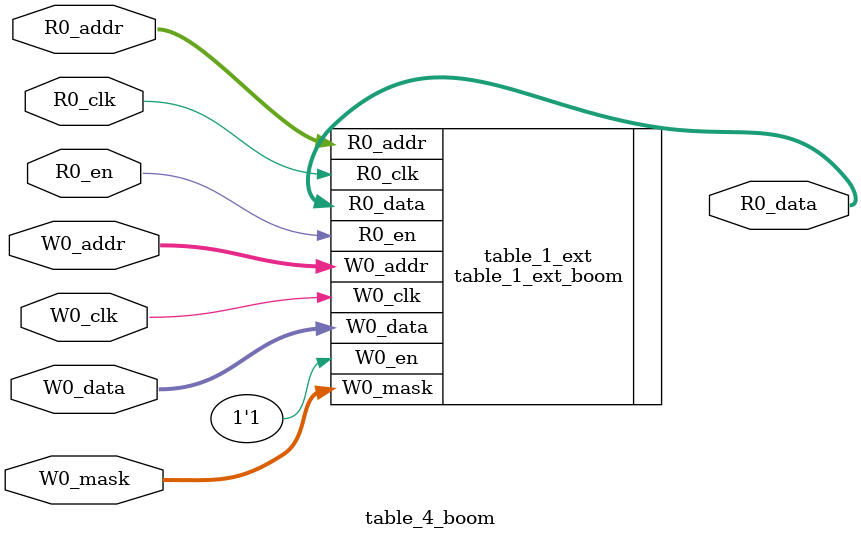
<source format=sv>
`ifndef RANDOMIZE
  `ifdef RANDOMIZE_REG_INIT
    `define RANDOMIZE
  `endif // RANDOMIZE_REG_INIT
`endif // not def RANDOMIZE
`ifndef RANDOMIZE
  `ifdef RANDOMIZE_MEM_INIT
    `define RANDOMIZE
  `endif // RANDOMIZE_MEM_INIT
`endif // not def RANDOMIZE

`ifndef RANDOM
  `define RANDOM $random
`endif // not def RANDOM

// Users can define 'PRINTF_COND' to add an extra gate to prints.
`ifndef PRINTF_COND_
  `ifdef PRINTF_COND
    `define PRINTF_COND_ (`PRINTF_COND)
  `else  // PRINTF_COND
    `define PRINTF_COND_ 1
  `endif // PRINTF_COND
`endif // not def PRINTF_COND_

// Users can define 'ASSERT_VERBOSE_COND' to add an extra gate to assert error printing.
`ifndef ASSERT_VERBOSE_COND_
  `ifdef ASSERT_VERBOSE_COND
    `define ASSERT_VERBOSE_COND_ (`ASSERT_VERBOSE_COND)
  `else  // ASSERT_VERBOSE_COND
    `define ASSERT_VERBOSE_COND_ 1
  `endif // ASSERT_VERBOSE_COND
`endif // not def ASSERT_VERBOSE_COND_

// Users can define 'STOP_COND' to add an extra gate to stop conditions.
`ifndef STOP_COND_
  `ifdef STOP_COND
    `define STOP_COND_ (`STOP_COND)
  `else  // STOP_COND
    `define STOP_COND_ 1
  `endif // STOP_COND
`endif // not def STOP_COND_

// Users can define INIT_RANDOM as general code that gets injected into the
// initializer block for modules with registers.
`ifndef INIT_RANDOM
  `define INIT_RANDOM
`endif // not def INIT_RANDOM

// If using random initialization, you can also define RANDOMIZE_DELAY to
// customize the delay used, otherwise 0.002 is used.
`ifndef RANDOMIZE_DELAY
  `define RANDOMIZE_DELAY 0.002
`endif // not def RANDOMIZE_DELAY

// Define INIT_RANDOM_PROLOG_ for use in our modules below.
`ifndef INIT_RANDOM_PROLOG_
  `ifdef RANDOMIZE
    `ifdef VERILATOR
      `define INIT_RANDOM_PROLOG_ `INIT_RANDOM
    `else  // VERILATOR
      `define INIT_RANDOM_PROLOG_ `INIT_RANDOM #`RANDOMIZE_DELAY begin end
    `endif // VERILATOR
  `else  // RANDOMIZE
    `define INIT_RANDOM_PROLOG_
  `endif // RANDOMIZE
`endif // not def INIT_RANDOM_PROLOG_

module table_4_boom(	// @[tage.scala:91:27]
  input  [6:0]  R0_addr,
  input         R0_en,
                R0_clk,
  input  [6:0]  W0_addr,
  input         W0_clk,
  input  [51:0] W0_data,
  input  [3:0]  W0_mask,
  output [51:0] R0_data
);

  table_1_ext_boom table_1_ext (	// @[tage.scala:91:27]
    .R0_addr (R0_addr),
    .R0_en   (R0_en),
    .R0_clk  (R0_clk),
    .W0_addr (W0_addr),
    .W0_en   (1'h1),
    .W0_clk  (W0_clk),
    .W0_data (W0_data),
    .W0_mask (W0_mask),
    .R0_data (R0_data)
  );
endmodule


</source>
